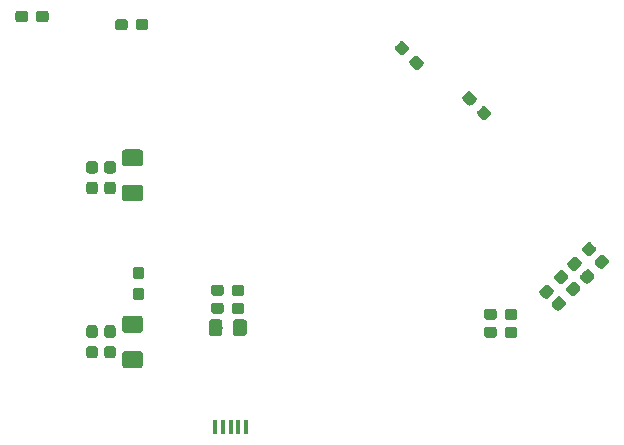
<source format=gbr>
G04 #@! TF.GenerationSoftware,KiCad,Pcbnew,(5.1.4)-1*
G04 #@! TF.CreationDate,2019-10-19T14:09:24-04:00*
G04 #@! TF.ProjectId,I2C Bus Board,49324320-4275-4732-9042-6f6172642e6b,rev?*
G04 #@! TF.SameCoordinates,Original*
G04 #@! TF.FileFunction,Paste,Top*
G04 #@! TF.FilePolarity,Positive*
%FSLAX46Y46*%
G04 Gerber Fmt 4.6, Leading zero omitted, Abs format (unit mm)*
G04 Created by KiCad (PCBNEW (5.1.4)-1) date 2019-10-19 14:09:24*
%MOMM*%
%LPD*%
G04 APERTURE LIST*
%ADD10C,0.100000*%
%ADD11C,0.950000*%
%ADD12C,1.150000*%
%ADD13C,1.425000*%
%ADD14R,0.450000X1.300000*%
G04 APERTURE END LIST*
D10*
G36*
X199750279Y-73630644D02*
G01*
X199773334Y-73634063D01*
X199795943Y-73639727D01*
X199817887Y-73647579D01*
X199838957Y-73657544D01*
X199858948Y-73669526D01*
X199877668Y-73683410D01*
X199894938Y-73699062D01*
X199910590Y-73716332D01*
X199924474Y-73735052D01*
X199936456Y-73755043D01*
X199946421Y-73776113D01*
X199954273Y-73798057D01*
X199959937Y-73820666D01*
X199963356Y-73843721D01*
X199964500Y-73867000D01*
X199964500Y-74342000D01*
X199963356Y-74365279D01*
X199959937Y-74388334D01*
X199954273Y-74410943D01*
X199946421Y-74432887D01*
X199936456Y-74453957D01*
X199924474Y-74473948D01*
X199910590Y-74492668D01*
X199894938Y-74509938D01*
X199877668Y-74525590D01*
X199858948Y-74539474D01*
X199838957Y-74551456D01*
X199817887Y-74561421D01*
X199795943Y-74569273D01*
X199773334Y-74574937D01*
X199750279Y-74578356D01*
X199727000Y-74579500D01*
X199152000Y-74579500D01*
X199128721Y-74578356D01*
X199105666Y-74574937D01*
X199083057Y-74569273D01*
X199061113Y-74561421D01*
X199040043Y-74551456D01*
X199020052Y-74539474D01*
X199001332Y-74525590D01*
X198984062Y-74509938D01*
X198968410Y-74492668D01*
X198954526Y-74473948D01*
X198942544Y-74453957D01*
X198932579Y-74432887D01*
X198924727Y-74410943D01*
X198919063Y-74388334D01*
X198915644Y-74365279D01*
X198914500Y-74342000D01*
X198914500Y-73867000D01*
X198915644Y-73843721D01*
X198919063Y-73820666D01*
X198924727Y-73798057D01*
X198932579Y-73776113D01*
X198942544Y-73755043D01*
X198954526Y-73735052D01*
X198968410Y-73716332D01*
X198984062Y-73699062D01*
X199001332Y-73683410D01*
X199020052Y-73669526D01*
X199040043Y-73657544D01*
X199061113Y-73647579D01*
X199083057Y-73639727D01*
X199105666Y-73634063D01*
X199128721Y-73630644D01*
X199152000Y-73629500D01*
X199727000Y-73629500D01*
X199750279Y-73630644D01*
X199750279Y-73630644D01*
G37*
D11*
X199439500Y-74104500D03*
D10*
G36*
X198000279Y-73630644D02*
G01*
X198023334Y-73634063D01*
X198045943Y-73639727D01*
X198067887Y-73647579D01*
X198088957Y-73657544D01*
X198108948Y-73669526D01*
X198127668Y-73683410D01*
X198144938Y-73699062D01*
X198160590Y-73716332D01*
X198174474Y-73735052D01*
X198186456Y-73755043D01*
X198196421Y-73776113D01*
X198204273Y-73798057D01*
X198209937Y-73820666D01*
X198213356Y-73843721D01*
X198214500Y-73867000D01*
X198214500Y-74342000D01*
X198213356Y-74365279D01*
X198209937Y-74388334D01*
X198204273Y-74410943D01*
X198196421Y-74432887D01*
X198186456Y-74453957D01*
X198174474Y-74473948D01*
X198160590Y-74492668D01*
X198144938Y-74509938D01*
X198127668Y-74525590D01*
X198108948Y-74539474D01*
X198088957Y-74551456D01*
X198067887Y-74561421D01*
X198045943Y-74569273D01*
X198023334Y-74574937D01*
X198000279Y-74578356D01*
X197977000Y-74579500D01*
X197402000Y-74579500D01*
X197378721Y-74578356D01*
X197355666Y-74574937D01*
X197333057Y-74569273D01*
X197311113Y-74561421D01*
X197290043Y-74551456D01*
X197270052Y-74539474D01*
X197251332Y-74525590D01*
X197234062Y-74509938D01*
X197218410Y-74492668D01*
X197204526Y-74473948D01*
X197192544Y-74453957D01*
X197182579Y-74432887D01*
X197174727Y-74410943D01*
X197169063Y-74388334D01*
X197165644Y-74365279D01*
X197164500Y-74342000D01*
X197164500Y-73867000D01*
X197165644Y-73843721D01*
X197169063Y-73820666D01*
X197174727Y-73798057D01*
X197182579Y-73776113D01*
X197192544Y-73755043D01*
X197204526Y-73735052D01*
X197218410Y-73716332D01*
X197234062Y-73699062D01*
X197251332Y-73683410D01*
X197270052Y-73669526D01*
X197290043Y-73657544D01*
X197311113Y-73647579D01*
X197333057Y-73639727D01*
X197355666Y-73634063D01*
X197378721Y-73630644D01*
X197402000Y-73629500D01*
X197977000Y-73629500D01*
X198000279Y-73630644D01*
X198000279Y-73630644D01*
G37*
D11*
X197689500Y-74104500D03*
D10*
G36*
X198000279Y-75154644D02*
G01*
X198023334Y-75158063D01*
X198045943Y-75163727D01*
X198067887Y-75171579D01*
X198088957Y-75181544D01*
X198108948Y-75193526D01*
X198127668Y-75207410D01*
X198144938Y-75223062D01*
X198160590Y-75240332D01*
X198174474Y-75259052D01*
X198186456Y-75279043D01*
X198196421Y-75300113D01*
X198204273Y-75322057D01*
X198209937Y-75344666D01*
X198213356Y-75367721D01*
X198214500Y-75391000D01*
X198214500Y-75866000D01*
X198213356Y-75889279D01*
X198209937Y-75912334D01*
X198204273Y-75934943D01*
X198196421Y-75956887D01*
X198186456Y-75977957D01*
X198174474Y-75997948D01*
X198160590Y-76016668D01*
X198144938Y-76033938D01*
X198127668Y-76049590D01*
X198108948Y-76063474D01*
X198088957Y-76075456D01*
X198067887Y-76085421D01*
X198045943Y-76093273D01*
X198023334Y-76098937D01*
X198000279Y-76102356D01*
X197977000Y-76103500D01*
X197402000Y-76103500D01*
X197378721Y-76102356D01*
X197355666Y-76098937D01*
X197333057Y-76093273D01*
X197311113Y-76085421D01*
X197290043Y-76075456D01*
X197270052Y-76063474D01*
X197251332Y-76049590D01*
X197234062Y-76033938D01*
X197218410Y-76016668D01*
X197204526Y-75997948D01*
X197192544Y-75977957D01*
X197182579Y-75956887D01*
X197174727Y-75934943D01*
X197169063Y-75912334D01*
X197165644Y-75889279D01*
X197164500Y-75866000D01*
X197164500Y-75391000D01*
X197165644Y-75367721D01*
X197169063Y-75344666D01*
X197174727Y-75322057D01*
X197182579Y-75300113D01*
X197192544Y-75279043D01*
X197204526Y-75259052D01*
X197218410Y-75240332D01*
X197234062Y-75223062D01*
X197251332Y-75207410D01*
X197270052Y-75193526D01*
X197290043Y-75181544D01*
X197311113Y-75171579D01*
X197333057Y-75163727D01*
X197355666Y-75158063D01*
X197378721Y-75154644D01*
X197402000Y-75153500D01*
X197977000Y-75153500D01*
X198000279Y-75154644D01*
X198000279Y-75154644D01*
G37*
D11*
X197689500Y-75628500D03*
D10*
G36*
X199750279Y-75154644D02*
G01*
X199773334Y-75158063D01*
X199795943Y-75163727D01*
X199817887Y-75171579D01*
X199838957Y-75181544D01*
X199858948Y-75193526D01*
X199877668Y-75207410D01*
X199894938Y-75223062D01*
X199910590Y-75240332D01*
X199924474Y-75259052D01*
X199936456Y-75279043D01*
X199946421Y-75300113D01*
X199954273Y-75322057D01*
X199959937Y-75344666D01*
X199963356Y-75367721D01*
X199964500Y-75391000D01*
X199964500Y-75866000D01*
X199963356Y-75889279D01*
X199959937Y-75912334D01*
X199954273Y-75934943D01*
X199946421Y-75956887D01*
X199936456Y-75977957D01*
X199924474Y-75997948D01*
X199910590Y-76016668D01*
X199894938Y-76033938D01*
X199877668Y-76049590D01*
X199858948Y-76063474D01*
X199838957Y-76075456D01*
X199817887Y-76085421D01*
X199795943Y-76093273D01*
X199773334Y-76098937D01*
X199750279Y-76102356D01*
X199727000Y-76103500D01*
X199152000Y-76103500D01*
X199128721Y-76102356D01*
X199105666Y-76098937D01*
X199083057Y-76093273D01*
X199061113Y-76085421D01*
X199040043Y-76075456D01*
X199020052Y-76063474D01*
X199001332Y-76049590D01*
X198984062Y-76033938D01*
X198968410Y-76016668D01*
X198954526Y-75997948D01*
X198942544Y-75977957D01*
X198932579Y-75956887D01*
X198924727Y-75934943D01*
X198919063Y-75912334D01*
X198915644Y-75889279D01*
X198914500Y-75866000D01*
X198914500Y-75391000D01*
X198915644Y-75367721D01*
X198919063Y-75344666D01*
X198924727Y-75322057D01*
X198932579Y-75300113D01*
X198942544Y-75279043D01*
X198954526Y-75259052D01*
X198968410Y-75240332D01*
X198984062Y-75223062D01*
X199001332Y-75207410D01*
X199020052Y-75193526D01*
X199040043Y-75181544D01*
X199061113Y-75171579D01*
X199083057Y-75163727D01*
X199105666Y-75158063D01*
X199128721Y-75154644D01*
X199152000Y-75153500D01*
X199727000Y-75153500D01*
X199750279Y-75154644D01*
X199750279Y-75154644D01*
G37*
D11*
X199439500Y-75628500D03*
D10*
G36*
X197889005Y-76580704D02*
G01*
X197913273Y-76584304D01*
X197937072Y-76590265D01*
X197960171Y-76598530D01*
X197982350Y-76609020D01*
X198003393Y-76621632D01*
X198023099Y-76636247D01*
X198041277Y-76652723D01*
X198057753Y-76670901D01*
X198072368Y-76690607D01*
X198084980Y-76711650D01*
X198095470Y-76733829D01*
X198103735Y-76756928D01*
X198109696Y-76780727D01*
X198113296Y-76804995D01*
X198114500Y-76829499D01*
X198114500Y-77729501D01*
X198113296Y-77754005D01*
X198109696Y-77778273D01*
X198103735Y-77802072D01*
X198095470Y-77825171D01*
X198084980Y-77847350D01*
X198072368Y-77868393D01*
X198057753Y-77888099D01*
X198041277Y-77906277D01*
X198023099Y-77922753D01*
X198003393Y-77937368D01*
X197982350Y-77949980D01*
X197960171Y-77960470D01*
X197937072Y-77968735D01*
X197913273Y-77974696D01*
X197889005Y-77978296D01*
X197864501Y-77979500D01*
X197214499Y-77979500D01*
X197189995Y-77978296D01*
X197165727Y-77974696D01*
X197141928Y-77968735D01*
X197118829Y-77960470D01*
X197096650Y-77949980D01*
X197075607Y-77937368D01*
X197055901Y-77922753D01*
X197037723Y-77906277D01*
X197021247Y-77888099D01*
X197006632Y-77868393D01*
X196994020Y-77847350D01*
X196983530Y-77825171D01*
X196975265Y-77802072D01*
X196969304Y-77778273D01*
X196965704Y-77754005D01*
X196964500Y-77729501D01*
X196964500Y-76829499D01*
X196965704Y-76804995D01*
X196969304Y-76780727D01*
X196975265Y-76756928D01*
X196983530Y-76733829D01*
X196994020Y-76711650D01*
X197006632Y-76690607D01*
X197021247Y-76670901D01*
X197037723Y-76652723D01*
X197055901Y-76636247D01*
X197075607Y-76621632D01*
X197096650Y-76609020D01*
X197118829Y-76598530D01*
X197141928Y-76590265D01*
X197165727Y-76584304D01*
X197189995Y-76580704D01*
X197214499Y-76579500D01*
X197864501Y-76579500D01*
X197889005Y-76580704D01*
X197889005Y-76580704D01*
G37*
D12*
X197539500Y-77279500D03*
D10*
G36*
X199939005Y-76580704D02*
G01*
X199963273Y-76584304D01*
X199987072Y-76590265D01*
X200010171Y-76598530D01*
X200032350Y-76609020D01*
X200053393Y-76621632D01*
X200073099Y-76636247D01*
X200091277Y-76652723D01*
X200107753Y-76670901D01*
X200122368Y-76690607D01*
X200134980Y-76711650D01*
X200145470Y-76733829D01*
X200153735Y-76756928D01*
X200159696Y-76780727D01*
X200163296Y-76804995D01*
X200164500Y-76829499D01*
X200164500Y-77729501D01*
X200163296Y-77754005D01*
X200159696Y-77778273D01*
X200153735Y-77802072D01*
X200145470Y-77825171D01*
X200134980Y-77847350D01*
X200122368Y-77868393D01*
X200107753Y-77888099D01*
X200091277Y-77906277D01*
X200073099Y-77922753D01*
X200053393Y-77937368D01*
X200032350Y-77949980D01*
X200010171Y-77960470D01*
X199987072Y-77968735D01*
X199963273Y-77974696D01*
X199939005Y-77978296D01*
X199914501Y-77979500D01*
X199264499Y-77979500D01*
X199239995Y-77978296D01*
X199215727Y-77974696D01*
X199191928Y-77968735D01*
X199168829Y-77960470D01*
X199146650Y-77949980D01*
X199125607Y-77937368D01*
X199105901Y-77922753D01*
X199087723Y-77906277D01*
X199071247Y-77888099D01*
X199056632Y-77868393D01*
X199044020Y-77847350D01*
X199033530Y-77825171D01*
X199025265Y-77802072D01*
X199019304Y-77778273D01*
X199015704Y-77754005D01*
X199014500Y-77729501D01*
X199014500Y-76829499D01*
X199015704Y-76804995D01*
X199019304Y-76780727D01*
X199025265Y-76756928D01*
X199033530Y-76733829D01*
X199044020Y-76711650D01*
X199056632Y-76690607D01*
X199071247Y-76670901D01*
X199087723Y-76652723D01*
X199105901Y-76636247D01*
X199125607Y-76621632D01*
X199146650Y-76609020D01*
X199168829Y-76598530D01*
X199191928Y-76590265D01*
X199215727Y-76584304D01*
X199239995Y-76580704D01*
X199264499Y-76579500D01*
X199914501Y-76579500D01*
X199939005Y-76580704D01*
X199939005Y-76580704D01*
G37*
D12*
X199589500Y-77279500D03*
D10*
G36*
X188855779Y-64930644D02*
G01*
X188878834Y-64934063D01*
X188901443Y-64939727D01*
X188923387Y-64947579D01*
X188944457Y-64957544D01*
X188964448Y-64969526D01*
X188983168Y-64983410D01*
X189000438Y-64999062D01*
X189016090Y-65016332D01*
X189029974Y-65035052D01*
X189041956Y-65055043D01*
X189051921Y-65076113D01*
X189059773Y-65098057D01*
X189065437Y-65120666D01*
X189068856Y-65143721D01*
X189070000Y-65167000D01*
X189070000Y-65742000D01*
X189068856Y-65765279D01*
X189065437Y-65788334D01*
X189059773Y-65810943D01*
X189051921Y-65832887D01*
X189041956Y-65853957D01*
X189029974Y-65873948D01*
X189016090Y-65892668D01*
X189000438Y-65909938D01*
X188983168Y-65925590D01*
X188964448Y-65939474D01*
X188944457Y-65951456D01*
X188923387Y-65961421D01*
X188901443Y-65969273D01*
X188878834Y-65974937D01*
X188855779Y-65978356D01*
X188832500Y-65979500D01*
X188357500Y-65979500D01*
X188334221Y-65978356D01*
X188311166Y-65974937D01*
X188288557Y-65969273D01*
X188266613Y-65961421D01*
X188245543Y-65951456D01*
X188225552Y-65939474D01*
X188206832Y-65925590D01*
X188189562Y-65909938D01*
X188173910Y-65892668D01*
X188160026Y-65873948D01*
X188148044Y-65853957D01*
X188138079Y-65832887D01*
X188130227Y-65810943D01*
X188124563Y-65788334D01*
X188121144Y-65765279D01*
X188120000Y-65742000D01*
X188120000Y-65167000D01*
X188121144Y-65143721D01*
X188124563Y-65120666D01*
X188130227Y-65098057D01*
X188138079Y-65076113D01*
X188148044Y-65055043D01*
X188160026Y-65035052D01*
X188173910Y-65016332D01*
X188189562Y-64999062D01*
X188206832Y-64983410D01*
X188225552Y-64969526D01*
X188245543Y-64957544D01*
X188266613Y-64947579D01*
X188288557Y-64939727D01*
X188311166Y-64934063D01*
X188334221Y-64930644D01*
X188357500Y-64929500D01*
X188832500Y-64929500D01*
X188855779Y-64930644D01*
X188855779Y-64930644D01*
G37*
D11*
X188595000Y-65454500D03*
D10*
G36*
X188855779Y-63180644D02*
G01*
X188878834Y-63184063D01*
X188901443Y-63189727D01*
X188923387Y-63197579D01*
X188944457Y-63207544D01*
X188964448Y-63219526D01*
X188983168Y-63233410D01*
X189000438Y-63249062D01*
X189016090Y-63266332D01*
X189029974Y-63285052D01*
X189041956Y-63305043D01*
X189051921Y-63326113D01*
X189059773Y-63348057D01*
X189065437Y-63370666D01*
X189068856Y-63393721D01*
X189070000Y-63417000D01*
X189070000Y-63992000D01*
X189068856Y-64015279D01*
X189065437Y-64038334D01*
X189059773Y-64060943D01*
X189051921Y-64082887D01*
X189041956Y-64103957D01*
X189029974Y-64123948D01*
X189016090Y-64142668D01*
X189000438Y-64159938D01*
X188983168Y-64175590D01*
X188964448Y-64189474D01*
X188944457Y-64201456D01*
X188923387Y-64211421D01*
X188901443Y-64219273D01*
X188878834Y-64224937D01*
X188855779Y-64228356D01*
X188832500Y-64229500D01*
X188357500Y-64229500D01*
X188334221Y-64228356D01*
X188311166Y-64224937D01*
X188288557Y-64219273D01*
X188266613Y-64211421D01*
X188245543Y-64201456D01*
X188225552Y-64189474D01*
X188206832Y-64175590D01*
X188189562Y-64159938D01*
X188173910Y-64142668D01*
X188160026Y-64123948D01*
X188148044Y-64103957D01*
X188138079Y-64082887D01*
X188130227Y-64060943D01*
X188124563Y-64038334D01*
X188121144Y-64015279D01*
X188120000Y-63992000D01*
X188120000Y-63417000D01*
X188121144Y-63393721D01*
X188124563Y-63370666D01*
X188130227Y-63348057D01*
X188138079Y-63326113D01*
X188148044Y-63305043D01*
X188160026Y-63285052D01*
X188173910Y-63266332D01*
X188189562Y-63249062D01*
X188206832Y-63233410D01*
X188225552Y-63219526D01*
X188245543Y-63207544D01*
X188266613Y-63197579D01*
X188288557Y-63189727D01*
X188311166Y-63184063D01*
X188334221Y-63180644D01*
X188357500Y-63179500D01*
X188832500Y-63179500D01*
X188855779Y-63180644D01*
X188855779Y-63180644D01*
G37*
D11*
X188595000Y-63704500D03*
D10*
G36*
X187331780Y-64930644D02*
G01*
X187354835Y-64934063D01*
X187377444Y-64939727D01*
X187399388Y-64947579D01*
X187420458Y-64957544D01*
X187440449Y-64969526D01*
X187459169Y-64983410D01*
X187476439Y-64999062D01*
X187492091Y-65016332D01*
X187505975Y-65035052D01*
X187517957Y-65055043D01*
X187527922Y-65076113D01*
X187535774Y-65098057D01*
X187541438Y-65120666D01*
X187544857Y-65143721D01*
X187546001Y-65167000D01*
X187546001Y-65742000D01*
X187544857Y-65765279D01*
X187541438Y-65788334D01*
X187535774Y-65810943D01*
X187527922Y-65832887D01*
X187517957Y-65853957D01*
X187505975Y-65873948D01*
X187492091Y-65892668D01*
X187476439Y-65909938D01*
X187459169Y-65925590D01*
X187440449Y-65939474D01*
X187420458Y-65951456D01*
X187399388Y-65961421D01*
X187377444Y-65969273D01*
X187354835Y-65974937D01*
X187331780Y-65978356D01*
X187308501Y-65979500D01*
X186833501Y-65979500D01*
X186810222Y-65978356D01*
X186787167Y-65974937D01*
X186764558Y-65969273D01*
X186742614Y-65961421D01*
X186721544Y-65951456D01*
X186701553Y-65939474D01*
X186682833Y-65925590D01*
X186665563Y-65909938D01*
X186649911Y-65892668D01*
X186636027Y-65873948D01*
X186624045Y-65853957D01*
X186614080Y-65832887D01*
X186606228Y-65810943D01*
X186600564Y-65788334D01*
X186597145Y-65765279D01*
X186596001Y-65742000D01*
X186596001Y-65167000D01*
X186597145Y-65143721D01*
X186600564Y-65120666D01*
X186606228Y-65098057D01*
X186614080Y-65076113D01*
X186624045Y-65055043D01*
X186636027Y-65035052D01*
X186649911Y-65016332D01*
X186665563Y-64999062D01*
X186682833Y-64983410D01*
X186701553Y-64969526D01*
X186721544Y-64957544D01*
X186742614Y-64947579D01*
X186764558Y-64939727D01*
X186787167Y-64934063D01*
X186810222Y-64930644D01*
X186833501Y-64929500D01*
X187308501Y-64929500D01*
X187331780Y-64930644D01*
X187331780Y-64930644D01*
G37*
D11*
X187071001Y-65454500D03*
D10*
G36*
X187331780Y-63180644D02*
G01*
X187354835Y-63184063D01*
X187377444Y-63189727D01*
X187399388Y-63197579D01*
X187420458Y-63207544D01*
X187440449Y-63219526D01*
X187459169Y-63233410D01*
X187476439Y-63249062D01*
X187492091Y-63266332D01*
X187505975Y-63285052D01*
X187517957Y-63305043D01*
X187527922Y-63326113D01*
X187535774Y-63348057D01*
X187541438Y-63370666D01*
X187544857Y-63393721D01*
X187546001Y-63417000D01*
X187546001Y-63992000D01*
X187544857Y-64015279D01*
X187541438Y-64038334D01*
X187535774Y-64060943D01*
X187527922Y-64082887D01*
X187517957Y-64103957D01*
X187505975Y-64123948D01*
X187492091Y-64142668D01*
X187476439Y-64159938D01*
X187459169Y-64175590D01*
X187440449Y-64189474D01*
X187420458Y-64201456D01*
X187399388Y-64211421D01*
X187377444Y-64219273D01*
X187354835Y-64224937D01*
X187331780Y-64228356D01*
X187308501Y-64229500D01*
X186833501Y-64229500D01*
X186810222Y-64228356D01*
X186787167Y-64224937D01*
X186764558Y-64219273D01*
X186742614Y-64211421D01*
X186721544Y-64201456D01*
X186701553Y-64189474D01*
X186682833Y-64175590D01*
X186665563Y-64159938D01*
X186649911Y-64142668D01*
X186636027Y-64123948D01*
X186624045Y-64103957D01*
X186614080Y-64082887D01*
X186606228Y-64060943D01*
X186600564Y-64038334D01*
X186597145Y-64015279D01*
X186596001Y-63992000D01*
X186596001Y-63417000D01*
X186597145Y-63393721D01*
X186600564Y-63370666D01*
X186606228Y-63348057D01*
X186614080Y-63326113D01*
X186624045Y-63305043D01*
X186636027Y-63285052D01*
X186649911Y-63266332D01*
X186665563Y-63249062D01*
X186682833Y-63233410D01*
X186701553Y-63219526D01*
X186721544Y-63207544D01*
X186742614Y-63197579D01*
X186764558Y-63189727D01*
X186787167Y-63184063D01*
X186810222Y-63180644D01*
X186833501Y-63179500D01*
X187308501Y-63179500D01*
X187331780Y-63180644D01*
X187331780Y-63180644D01*
G37*
D11*
X187071001Y-63704500D03*
D10*
G36*
X188855779Y-78837144D02*
G01*
X188878834Y-78840563D01*
X188901443Y-78846227D01*
X188923387Y-78854079D01*
X188944457Y-78864044D01*
X188964448Y-78876026D01*
X188983168Y-78889910D01*
X189000438Y-78905562D01*
X189016090Y-78922832D01*
X189029974Y-78941552D01*
X189041956Y-78961543D01*
X189051921Y-78982613D01*
X189059773Y-79004557D01*
X189065437Y-79027166D01*
X189068856Y-79050221D01*
X189070000Y-79073500D01*
X189070000Y-79648500D01*
X189068856Y-79671779D01*
X189065437Y-79694834D01*
X189059773Y-79717443D01*
X189051921Y-79739387D01*
X189041956Y-79760457D01*
X189029974Y-79780448D01*
X189016090Y-79799168D01*
X189000438Y-79816438D01*
X188983168Y-79832090D01*
X188964448Y-79845974D01*
X188944457Y-79857956D01*
X188923387Y-79867921D01*
X188901443Y-79875773D01*
X188878834Y-79881437D01*
X188855779Y-79884856D01*
X188832500Y-79886000D01*
X188357500Y-79886000D01*
X188334221Y-79884856D01*
X188311166Y-79881437D01*
X188288557Y-79875773D01*
X188266613Y-79867921D01*
X188245543Y-79857956D01*
X188225552Y-79845974D01*
X188206832Y-79832090D01*
X188189562Y-79816438D01*
X188173910Y-79799168D01*
X188160026Y-79780448D01*
X188148044Y-79760457D01*
X188138079Y-79739387D01*
X188130227Y-79717443D01*
X188124563Y-79694834D01*
X188121144Y-79671779D01*
X188120000Y-79648500D01*
X188120000Y-79073500D01*
X188121144Y-79050221D01*
X188124563Y-79027166D01*
X188130227Y-79004557D01*
X188138079Y-78982613D01*
X188148044Y-78961543D01*
X188160026Y-78941552D01*
X188173910Y-78922832D01*
X188189562Y-78905562D01*
X188206832Y-78889910D01*
X188225552Y-78876026D01*
X188245543Y-78864044D01*
X188266613Y-78854079D01*
X188288557Y-78846227D01*
X188311166Y-78840563D01*
X188334221Y-78837144D01*
X188357500Y-78836000D01*
X188832500Y-78836000D01*
X188855779Y-78837144D01*
X188855779Y-78837144D01*
G37*
D11*
X188595000Y-79361000D03*
D10*
G36*
X188855779Y-77087144D02*
G01*
X188878834Y-77090563D01*
X188901443Y-77096227D01*
X188923387Y-77104079D01*
X188944457Y-77114044D01*
X188964448Y-77126026D01*
X188983168Y-77139910D01*
X189000438Y-77155562D01*
X189016090Y-77172832D01*
X189029974Y-77191552D01*
X189041956Y-77211543D01*
X189051921Y-77232613D01*
X189059773Y-77254557D01*
X189065437Y-77277166D01*
X189068856Y-77300221D01*
X189070000Y-77323500D01*
X189070000Y-77898500D01*
X189068856Y-77921779D01*
X189065437Y-77944834D01*
X189059773Y-77967443D01*
X189051921Y-77989387D01*
X189041956Y-78010457D01*
X189029974Y-78030448D01*
X189016090Y-78049168D01*
X189000438Y-78066438D01*
X188983168Y-78082090D01*
X188964448Y-78095974D01*
X188944457Y-78107956D01*
X188923387Y-78117921D01*
X188901443Y-78125773D01*
X188878834Y-78131437D01*
X188855779Y-78134856D01*
X188832500Y-78136000D01*
X188357500Y-78136000D01*
X188334221Y-78134856D01*
X188311166Y-78131437D01*
X188288557Y-78125773D01*
X188266613Y-78117921D01*
X188245543Y-78107956D01*
X188225552Y-78095974D01*
X188206832Y-78082090D01*
X188189562Y-78066438D01*
X188173910Y-78049168D01*
X188160026Y-78030448D01*
X188148044Y-78010457D01*
X188138079Y-77989387D01*
X188130227Y-77967443D01*
X188124563Y-77944834D01*
X188121144Y-77921779D01*
X188120000Y-77898500D01*
X188120000Y-77323500D01*
X188121144Y-77300221D01*
X188124563Y-77277166D01*
X188130227Y-77254557D01*
X188138079Y-77232613D01*
X188148044Y-77211543D01*
X188160026Y-77191552D01*
X188173910Y-77172832D01*
X188189562Y-77155562D01*
X188206832Y-77139910D01*
X188225552Y-77126026D01*
X188245543Y-77114044D01*
X188266613Y-77104079D01*
X188288557Y-77096227D01*
X188311166Y-77090563D01*
X188334221Y-77087144D01*
X188357500Y-77086000D01*
X188832500Y-77086000D01*
X188855779Y-77087144D01*
X188855779Y-77087144D01*
G37*
D11*
X188595000Y-77611000D03*
D10*
G36*
X187331779Y-77087144D02*
G01*
X187354834Y-77090563D01*
X187377443Y-77096227D01*
X187399387Y-77104079D01*
X187420457Y-77114044D01*
X187440448Y-77126026D01*
X187459168Y-77139910D01*
X187476438Y-77155562D01*
X187492090Y-77172832D01*
X187505974Y-77191552D01*
X187517956Y-77211543D01*
X187527921Y-77232613D01*
X187535773Y-77254557D01*
X187541437Y-77277166D01*
X187544856Y-77300221D01*
X187546000Y-77323500D01*
X187546000Y-77898500D01*
X187544856Y-77921779D01*
X187541437Y-77944834D01*
X187535773Y-77967443D01*
X187527921Y-77989387D01*
X187517956Y-78010457D01*
X187505974Y-78030448D01*
X187492090Y-78049168D01*
X187476438Y-78066438D01*
X187459168Y-78082090D01*
X187440448Y-78095974D01*
X187420457Y-78107956D01*
X187399387Y-78117921D01*
X187377443Y-78125773D01*
X187354834Y-78131437D01*
X187331779Y-78134856D01*
X187308500Y-78136000D01*
X186833500Y-78136000D01*
X186810221Y-78134856D01*
X186787166Y-78131437D01*
X186764557Y-78125773D01*
X186742613Y-78117921D01*
X186721543Y-78107956D01*
X186701552Y-78095974D01*
X186682832Y-78082090D01*
X186665562Y-78066438D01*
X186649910Y-78049168D01*
X186636026Y-78030448D01*
X186624044Y-78010457D01*
X186614079Y-77989387D01*
X186606227Y-77967443D01*
X186600563Y-77944834D01*
X186597144Y-77921779D01*
X186596000Y-77898500D01*
X186596000Y-77323500D01*
X186597144Y-77300221D01*
X186600563Y-77277166D01*
X186606227Y-77254557D01*
X186614079Y-77232613D01*
X186624044Y-77211543D01*
X186636026Y-77191552D01*
X186649910Y-77172832D01*
X186665562Y-77155562D01*
X186682832Y-77139910D01*
X186701552Y-77126026D01*
X186721543Y-77114044D01*
X186742613Y-77104079D01*
X186764557Y-77096227D01*
X186787166Y-77090563D01*
X186810221Y-77087144D01*
X186833500Y-77086000D01*
X187308500Y-77086000D01*
X187331779Y-77087144D01*
X187331779Y-77087144D01*
G37*
D11*
X187071000Y-77611000D03*
D10*
G36*
X187331779Y-78837144D02*
G01*
X187354834Y-78840563D01*
X187377443Y-78846227D01*
X187399387Y-78854079D01*
X187420457Y-78864044D01*
X187440448Y-78876026D01*
X187459168Y-78889910D01*
X187476438Y-78905562D01*
X187492090Y-78922832D01*
X187505974Y-78941552D01*
X187517956Y-78961543D01*
X187527921Y-78982613D01*
X187535773Y-79004557D01*
X187541437Y-79027166D01*
X187544856Y-79050221D01*
X187546000Y-79073500D01*
X187546000Y-79648500D01*
X187544856Y-79671779D01*
X187541437Y-79694834D01*
X187535773Y-79717443D01*
X187527921Y-79739387D01*
X187517956Y-79760457D01*
X187505974Y-79780448D01*
X187492090Y-79799168D01*
X187476438Y-79816438D01*
X187459168Y-79832090D01*
X187440448Y-79845974D01*
X187420457Y-79857956D01*
X187399387Y-79867921D01*
X187377443Y-79875773D01*
X187354834Y-79881437D01*
X187331779Y-79884856D01*
X187308500Y-79886000D01*
X186833500Y-79886000D01*
X186810221Y-79884856D01*
X186787166Y-79881437D01*
X186764557Y-79875773D01*
X186742613Y-79867921D01*
X186721543Y-79857956D01*
X186701552Y-79845974D01*
X186682832Y-79832090D01*
X186665562Y-79816438D01*
X186649910Y-79799168D01*
X186636026Y-79780448D01*
X186624044Y-79760457D01*
X186614079Y-79739387D01*
X186606227Y-79717443D01*
X186600563Y-79694834D01*
X186597144Y-79671779D01*
X186596000Y-79648500D01*
X186596000Y-79073500D01*
X186597144Y-79050221D01*
X186600563Y-79027166D01*
X186606227Y-79004557D01*
X186614079Y-78982613D01*
X186624044Y-78961543D01*
X186636026Y-78941552D01*
X186649910Y-78922832D01*
X186665562Y-78905562D01*
X186682832Y-78889910D01*
X186701552Y-78876026D01*
X186721543Y-78864044D01*
X186742613Y-78854079D01*
X186764557Y-78846227D01*
X186787166Y-78840563D01*
X186810221Y-78837144D01*
X186833500Y-78836000D01*
X187308500Y-78836000D01*
X187331779Y-78837144D01*
X187331779Y-78837144D01*
G37*
D11*
X187071000Y-79361000D03*
D10*
G36*
X191149504Y-62190204D02*
G01*
X191173773Y-62193804D01*
X191197571Y-62199765D01*
X191220671Y-62208030D01*
X191242849Y-62218520D01*
X191263893Y-62231133D01*
X191283598Y-62245747D01*
X191301777Y-62262223D01*
X191318253Y-62280402D01*
X191332867Y-62300107D01*
X191345480Y-62321151D01*
X191355970Y-62343329D01*
X191364235Y-62366429D01*
X191370196Y-62390227D01*
X191373796Y-62414496D01*
X191375000Y-62439000D01*
X191375000Y-63364000D01*
X191373796Y-63388504D01*
X191370196Y-63412773D01*
X191364235Y-63436571D01*
X191355970Y-63459671D01*
X191345480Y-63481849D01*
X191332867Y-63502893D01*
X191318253Y-63522598D01*
X191301777Y-63540777D01*
X191283598Y-63557253D01*
X191263893Y-63571867D01*
X191242849Y-63584480D01*
X191220671Y-63594970D01*
X191197571Y-63603235D01*
X191173773Y-63609196D01*
X191149504Y-63612796D01*
X191125000Y-63614000D01*
X189875000Y-63614000D01*
X189850496Y-63612796D01*
X189826227Y-63609196D01*
X189802429Y-63603235D01*
X189779329Y-63594970D01*
X189757151Y-63584480D01*
X189736107Y-63571867D01*
X189716402Y-63557253D01*
X189698223Y-63540777D01*
X189681747Y-63522598D01*
X189667133Y-63502893D01*
X189654520Y-63481849D01*
X189644030Y-63459671D01*
X189635765Y-63436571D01*
X189629804Y-63412773D01*
X189626204Y-63388504D01*
X189625000Y-63364000D01*
X189625000Y-62439000D01*
X189626204Y-62414496D01*
X189629804Y-62390227D01*
X189635765Y-62366429D01*
X189644030Y-62343329D01*
X189654520Y-62321151D01*
X189667133Y-62300107D01*
X189681747Y-62280402D01*
X189698223Y-62262223D01*
X189716402Y-62245747D01*
X189736107Y-62231133D01*
X189757151Y-62218520D01*
X189779329Y-62208030D01*
X189802429Y-62199765D01*
X189826227Y-62193804D01*
X189850496Y-62190204D01*
X189875000Y-62189000D01*
X191125000Y-62189000D01*
X191149504Y-62190204D01*
X191149504Y-62190204D01*
G37*
D13*
X190500000Y-62901500D03*
D10*
G36*
X191149504Y-65165204D02*
G01*
X191173773Y-65168804D01*
X191197571Y-65174765D01*
X191220671Y-65183030D01*
X191242849Y-65193520D01*
X191263893Y-65206133D01*
X191283598Y-65220747D01*
X191301777Y-65237223D01*
X191318253Y-65255402D01*
X191332867Y-65275107D01*
X191345480Y-65296151D01*
X191355970Y-65318329D01*
X191364235Y-65341429D01*
X191370196Y-65365227D01*
X191373796Y-65389496D01*
X191375000Y-65414000D01*
X191375000Y-66339000D01*
X191373796Y-66363504D01*
X191370196Y-66387773D01*
X191364235Y-66411571D01*
X191355970Y-66434671D01*
X191345480Y-66456849D01*
X191332867Y-66477893D01*
X191318253Y-66497598D01*
X191301777Y-66515777D01*
X191283598Y-66532253D01*
X191263893Y-66546867D01*
X191242849Y-66559480D01*
X191220671Y-66569970D01*
X191197571Y-66578235D01*
X191173773Y-66584196D01*
X191149504Y-66587796D01*
X191125000Y-66589000D01*
X189875000Y-66589000D01*
X189850496Y-66587796D01*
X189826227Y-66584196D01*
X189802429Y-66578235D01*
X189779329Y-66569970D01*
X189757151Y-66559480D01*
X189736107Y-66546867D01*
X189716402Y-66532253D01*
X189698223Y-66515777D01*
X189681747Y-66497598D01*
X189667133Y-66477893D01*
X189654520Y-66456849D01*
X189644030Y-66434671D01*
X189635765Y-66411571D01*
X189629804Y-66387773D01*
X189626204Y-66363504D01*
X189625000Y-66339000D01*
X189625000Y-65414000D01*
X189626204Y-65389496D01*
X189629804Y-65365227D01*
X189635765Y-65341429D01*
X189644030Y-65318329D01*
X189654520Y-65296151D01*
X189667133Y-65275107D01*
X189681747Y-65255402D01*
X189698223Y-65237223D01*
X189716402Y-65220747D01*
X189736107Y-65206133D01*
X189757151Y-65193520D01*
X189779329Y-65183030D01*
X189802429Y-65174765D01*
X189826227Y-65168804D01*
X189850496Y-65165204D01*
X189875000Y-65164000D01*
X191125000Y-65164000D01*
X191149504Y-65165204D01*
X191149504Y-65165204D01*
G37*
D13*
X190500000Y-65876500D03*
D10*
G36*
X191149504Y-76287204D02*
G01*
X191173773Y-76290804D01*
X191197571Y-76296765D01*
X191220671Y-76305030D01*
X191242849Y-76315520D01*
X191263893Y-76328133D01*
X191283598Y-76342747D01*
X191301777Y-76359223D01*
X191318253Y-76377402D01*
X191332867Y-76397107D01*
X191345480Y-76418151D01*
X191355970Y-76440329D01*
X191364235Y-76463429D01*
X191370196Y-76487227D01*
X191373796Y-76511496D01*
X191375000Y-76536000D01*
X191375000Y-77461000D01*
X191373796Y-77485504D01*
X191370196Y-77509773D01*
X191364235Y-77533571D01*
X191355970Y-77556671D01*
X191345480Y-77578849D01*
X191332867Y-77599893D01*
X191318253Y-77619598D01*
X191301777Y-77637777D01*
X191283598Y-77654253D01*
X191263893Y-77668867D01*
X191242849Y-77681480D01*
X191220671Y-77691970D01*
X191197571Y-77700235D01*
X191173773Y-77706196D01*
X191149504Y-77709796D01*
X191125000Y-77711000D01*
X189875000Y-77711000D01*
X189850496Y-77709796D01*
X189826227Y-77706196D01*
X189802429Y-77700235D01*
X189779329Y-77691970D01*
X189757151Y-77681480D01*
X189736107Y-77668867D01*
X189716402Y-77654253D01*
X189698223Y-77637777D01*
X189681747Y-77619598D01*
X189667133Y-77599893D01*
X189654520Y-77578849D01*
X189644030Y-77556671D01*
X189635765Y-77533571D01*
X189629804Y-77509773D01*
X189626204Y-77485504D01*
X189625000Y-77461000D01*
X189625000Y-76536000D01*
X189626204Y-76511496D01*
X189629804Y-76487227D01*
X189635765Y-76463429D01*
X189644030Y-76440329D01*
X189654520Y-76418151D01*
X189667133Y-76397107D01*
X189681747Y-76377402D01*
X189698223Y-76359223D01*
X189716402Y-76342747D01*
X189736107Y-76328133D01*
X189757151Y-76315520D01*
X189779329Y-76305030D01*
X189802429Y-76296765D01*
X189826227Y-76290804D01*
X189850496Y-76287204D01*
X189875000Y-76286000D01*
X191125000Y-76286000D01*
X191149504Y-76287204D01*
X191149504Y-76287204D01*
G37*
D13*
X190500000Y-76998500D03*
D10*
G36*
X191149504Y-79262204D02*
G01*
X191173773Y-79265804D01*
X191197571Y-79271765D01*
X191220671Y-79280030D01*
X191242849Y-79290520D01*
X191263893Y-79303133D01*
X191283598Y-79317747D01*
X191301777Y-79334223D01*
X191318253Y-79352402D01*
X191332867Y-79372107D01*
X191345480Y-79393151D01*
X191355970Y-79415329D01*
X191364235Y-79438429D01*
X191370196Y-79462227D01*
X191373796Y-79486496D01*
X191375000Y-79511000D01*
X191375000Y-80436000D01*
X191373796Y-80460504D01*
X191370196Y-80484773D01*
X191364235Y-80508571D01*
X191355970Y-80531671D01*
X191345480Y-80553849D01*
X191332867Y-80574893D01*
X191318253Y-80594598D01*
X191301777Y-80612777D01*
X191283598Y-80629253D01*
X191263893Y-80643867D01*
X191242849Y-80656480D01*
X191220671Y-80666970D01*
X191197571Y-80675235D01*
X191173773Y-80681196D01*
X191149504Y-80684796D01*
X191125000Y-80686000D01*
X189875000Y-80686000D01*
X189850496Y-80684796D01*
X189826227Y-80681196D01*
X189802429Y-80675235D01*
X189779329Y-80666970D01*
X189757151Y-80656480D01*
X189736107Y-80643867D01*
X189716402Y-80629253D01*
X189698223Y-80612777D01*
X189681747Y-80594598D01*
X189667133Y-80574893D01*
X189654520Y-80553849D01*
X189644030Y-80531671D01*
X189635765Y-80508571D01*
X189629804Y-80484773D01*
X189626204Y-80460504D01*
X189625000Y-80436000D01*
X189625000Y-79511000D01*
X189626204Y-79486496D01*
X189629804Y-79462227D01*
X189635765Y-79438429D01*
X189644030Y-79415329D01*
X189654520Y-79393151D01*
X189667133Y-79372107D01*
X189681747Y-79352402D01*
X189698223Y-79334223D01*
X189716402Y-79317747D01*
X189736107Y-79303133D01*
X189757151Y-79290520D01*
X189779329Y-79280030D01*
X189802429Y-79271765D01*
X189826227Y-79265804D01*
X189850496Y-79262204D01*
X189875000Y-79261000D01*
X191125000Y-79261000D01*
X191149504Y-79262204D01*
X191149504Y-79262204D01*
G37*
D13*
X190500000Y-79973500D03*
D14*
X197518500Y-85666500D03*
X198168500Y-85666500D03*
X198818500Y-85666500D03*
X199468500Y-85666500D03*
X200118500Y-85666500D03*
D10*
G36*
X191268779Y-72134144D02*
G01*
X191291834Y-72137563D01*
X191314443Y-72143227D01*
X191336387Y-72151079D01*
X191357457Y-72161044D01*
X191377448Y-72173026D01*
X191396168Y-72186910D01*
X191413438Y-72202562D01*
X191429090Y-72219832D01*
X191442974Y-72238552D01*
X191454956Y-72258543D01*
X191464921Y-72279613D01*
X191472773Y-72301557D01*
X191478437Y-72324166D01*
X191481856Y-72347221D01*
X191483000Y-72370500D01*
X191483000Y-72945500D01*
X191481856Y-72968779D01*
X191478437Y-72991834D01*
X191472773Y-73014443D01*
X191464921Y-73036387D01*
X191454956Y-73057457D01*
X191442974Y-73077448D01*
X191429090Y-73096168D01*
X191413438Y-73113438D01*
X191396168Y-73129090D01*
X191377448Y-73142974D01*
X191357457Y-73154956D01*
X191336387Y-73164921D01*
X191314443Y-73172773D01*
X191291834Y-73178437D01*
X191268779Y-73181856D01*
X191245500Y-73183000D01*
X190770500Y-73183000D01*
X190747221Y-73181856D01*
X190724166Y-73178437D01*
X190701557Y-73172773D01*
X190679613Y-73164921D01*
X190658543Y-73154956D01*
X190638552Y-73142974D01*
X190619832Y-73129090D01*
X190602562Y-73113438D01*
X190586910Y-73096168D01*
X190573026Y-73077448D01*
X190561044Y-73057457D01*
X190551079Y-73036387D01*
X190543227Y-73014443D01*
X190537563Y-72991834D01*
X190534144Y-72968779D01*
X190533000Y-72945500D01*
X190533000Y-72370500D01*
X190534144Y-72347221D01*
X190537563Y-72324166D01*
X190543227Y-72301557D01*
X190551079Y-72279613D01*
X190561044Y-72258543D01*
X190573026Y-72238552D01*
X190586910Y-72219832D01*
X190602562Y-72202562D01*
X190619832Y-72186910D01*
X190638552Y-72173026D01*
X190658543Y-72161044D01*
X190679613Y-72151079D01*
X190701557Y-72143227D01*
X190724166Y-72137563D01*
X190747221Y-72134144D01*
X190770500Y-72133000D01*
X191245500Y-72133000D01*
X191268779Y-72134144D01*
X191268779Y-72134144D01*
G37*
D11*
X191008000Y-72658000D03*
D10*
G36*
X191268779Y-73884144D02*
G01*
X191291834Y-73887563D01*
X191314443Y-73893227D01*
X191336387Y-73901079D01*
X191357457Y-73911044D01*
X191377448Y-73923026D01*
X191396168Y-73936910D01*
X191413438Y-73952562D01*
X191429090Y-73969832D01*
X191442974Y-73988552D01*
X191454956Y-74008543D01*
X191464921Y-74029613D01*
X191472773Y-74051557D01*
X191478437Y-74074166D01*
X191481856Y-74097221D01*
X191483000Y-74120500D01*
X191483000Y-74695500D01*
X191481856Y-74718779D01*
X191478437Y-74741834D01*
X191472773Y-74764443D01*
X191464921Y-74786387D01*
X191454956Y-74807457D01*
X191442974Y-74827448D01*
X191429090Y-74846168D01*
X191413438Y-74863438D01*
X191396168Y-74879090D01*
X191377448Y-74892974D01*
X191357457Y-74904956D01*
X191336387Y-74914921D01*
X191314443Y-74922773D01*
X191291834Y-74928437D01*
X191268779Y-74931856D01*
X191245500Y-74933000D01*
X190770500Y-74933000D01*
X190747221Y-74931856D01*
X190724166Y-74928437D01*
X190701557Y-74922773D01*
X190679613Y-74914921D01*
X190658543Y-74904956D01*
X190638552Y-74892974D01*
X190619832Y-74879090D01*
X190602562Y-74863438D01*
X190586910Y-74846168D01*
X190573026Y-74827448D01*
X190561044Y-74807457D01*
X190551079Y-74786387D01*
X190543227Y-74764443D01*
X190537563Y-74741834D01*
X190534144Y-74718779D01*
X190533000Y-74695500D01*
X190533000Y-74120500D01*
X190534144Y-74097221D01*
X190537563Y-74074166D01*
X190543227Y-74051557D01*
X190551079Y-74029613D01*
X190561044Y-74008543D01*
X190573026Y-73988552D01*
X190586910Y-73969832D01*
X190602562Y-73952562D01*
X190619832Y-73936910D01*
X190638552Y-73923026D01*
X190658543Y-73911044D01*
X190679613Y-73901079D01*
X190701557Y-73893227D01*
X190724166Y-73887563D01*
X190747221Y-73884144D01*
X190770500Y-73883000D01*
X191245500Y-73883000D01*
X191268779Y-73884144D01*
X191268779Y-73884144D01*
G37*
D11*
X191008000Y-74408000D03*
D10*
G36*
X222864279Y-77186644D02*
G01*
X222887334Y-77190063D01*
X222909943Y-77195727D01*
X222931887Y-77203579D01*
X222952957Y-77213544D01*
X222972948Y-77225526D01*
X222991668Y-77239410D01*
X223008938Y-77255062D01*
X223024590Y-77272332D01*
X223038474Y-77291052D01*
X223050456Y-77311043D01*
X223060421Y-77332113D01*
X223068273Y-77354057D01*
X223073937Y-77376666D01*
X223077356Y-77399721D01*
X223078500Y-77423000D01*
X223078500Y-77898000D01*
X223077356Y-77921279D01*
X223073937Y-77944334D01*
X223068273Y-77966943D01*
X223060421Y-77988887D01*
X223050456Y-78009957D01*
X223038474Y-78029948D01*
X223024590Y-78048668D01*
X223008938Y-78065938D01*
X222991668Y-78081590D01*
X222972948Y-78095474D01*
X222952957Y-78107456D01*
X222931887Y-78117421D01*
X222909943Y-78125273D01*
X222887334Y-78130937D01*
X222864279Y-78134356D01*
X222841000Y-78135500D01*
X222266000Y-78135500D01*
X222242721Y-78134356D01*
X222219666Y-78130937D01*
X222197057Y-78125273D01*
X222175113Y-78117421D01*
X222154043Y-78107456D01*
X222134052Y-78095474D01*
X222115332Y-78081590D01*
X222098062Y-78065938D01*
X222082410Y-78048668D01*
X222068526Y-78029948D01*
X222056544Y-78009957D01*
X222046579Y-77988887D01*
X222038727Y-77966943D01*
X222033063Y-77944334D01*
X222029644Y-77921279D01*
X222028500Y-77898000D01*
X222028500Y-77423000D01*
X222029644Y-77399721D01*
X222033063Y-77376666D01*
X222038727Y-77354057D01*
X222046579Y-77332113D01*
X222056544Y-77311043D01*
X222068526Y-77291052D01*
X222082410Y-77272332D01*
X222098062Y-77255062D01*
X222115332Y-77239410D01*
X222134052Y-77225526D01*
X222154043Y-77213544D01*
X222175113Y-77203579D01*
X222197057Y-77195727D01*
X222219666Y-77190063D01*
X222242721Y-77186644D01*
X222266000Y-77185500D01*
X222841000Y-77185500D01*
X222864279Y-77186644D01*
X222864279Y-77186644D01*
G37*
D11*
X222553500Y-77660500D03*
D10*
G36*
X221114279Y-77186644D02*
G01*
X221137334Y-77190063D01*
X221159943Y-77195727D01*
X221181887Y-77203579D01*
X221202957Y-77213544D01*
X221222948Y-77225526D01*
X221241668Y-77239410D01*
X221258938Y-77255062D01*
X221274590Y-77272332D01*
X221288474Y-77291052D01*
X221300456Y-77311043D01*
X221310421Y-77332113D01*
X221318273Y-77354057D01*
X221323937Y-77376666D01*
X221327356Y-77399721D01*
X221328500Y-77423000D01*
X221328500Y-77898000D01*
X221327356Y-77921279D01*
X221323937Y-77944334D01*
X221318273Y-77966943D01*
X221310421Y-77988887D01*
X221300456Y-78009957D01*
X221288474Y-78029948D01*
X221274590Y-78048668D01*
X221258938Y-78065938D01*
X221241668Y-78081590D01*
X221222948Y-78095474D01*
X221202957Y-78107456D01*
X221181887Y-78117421D01*
X221159943Y-78125273D01*
X221137334Y-78130937D01*
X221114279Y-78134356D01*
X221091000Y-78135500D01*
X220516000Y-78135500D01*
X220492721Y-78134356D01*
X220469666Y-78130937D01*
X220447057Y-78125273D01*
X220425113Y-78117421D01*
X220404043Y-78107456D01*
X220384052Y-78095474D01*
X220365332Y-78081590D01*
X220348062Y-78065938D01*
X220332410Y-78048668D01*
X220318526Y-78029948D01*
X220306544Y-78009957D01*
X220296579Y-77988887D01*
X220288727Y-77966943D01*
X220283063Y-77944334D01*
X220279644Y-77921279D01*
X220278500Y-77898000D01*
X220278500Y-77423000D01*
X220279644Y-77399721D01*
X220283063Y-77376666D01*
X220288727Y-77354057D01*
X220296579Y-77332113D01*
X220306544Y-77311043D01*
X220318526Y-77291052D01*
X220332410Y-77272332D01*
X220348062Y-77255062D01*
X220365332Y-77239410D01*
X220384052Y-77225526D01*
X220404043Y-77213544D01*
X220425113Y-77203579D01*
X220447057Y-77195727D01*
X220469666Y-77190063D01*
X220492721Y-77186644D01*
X220516000Y-77185500D01*
X221091000Y-77185500D01*
X221114279Y-77186644D01*
X221114279Y-77186644D01*
G37*
D11*
X220803500Y-77660500D03*
D10*
G36*
X221114279Y-75662644D02*
G01*
X221137334Y-75666063D01*
X221159943Y-75671727D01*
X221181887Y-75679579D01*
X221202957Y-75689544D01*
X221222948Y-75701526D01*
X221241668Y-75715410D01*
X221258938Y-75731062D01*
X221274590Y-75748332D01*
X221288474Y-75767052D01*
X221300456Y-75787043D01*
X221310421Y-75808113D01*
X221318273Y-75830057D01*
X221323937Y-75852666D01*
X221327356Y-75875721D01*
X221328500Y-75899000D01*
X221328500Y-76374000D01*
X221327356Y-76397279D01*
X221323937Y-76420334D01*
X221318273Y-76442943D01*
X221310421Y-76464887D01*
X221300456Y-76485957D01*
X221288474Y-76505948D01*
X221274590Y-76524668D01*
X221258938Y-76541938D01*
X221241668Y-76557590D01*
X221222948Y-76571474D01*
X221202957Y-76583456D01*
X221181887Y-76593421D01*
X221159943Y-76601273D01*
X221137334Y-76606937D01*
X221114279Y-76610356D01*
X221091000Y-76611500D01*
X220516000Y-76611500D01*
X220492721Y-76610356D01*
X220469666Y-76606937D01*
X220447057Y-76601273D01*
X220425113Y-76593421D01*
X220404043Y-76583456D01*
X220384052Y-76571474D01*
X220365332Y-76557590D01*
X220348062Y-76541938D01*
X220332410Y-76524668D01*
X220318526Y-76505948D01*
X220306544Y-76485957D01*
X220296579Y-76464887D01*
X220288727Y-76442943D01*
X220283063Y-76420334D01*
X220279644Y-76397279D01*
X220278500Y-76374000D01*
X220278500Y-75899000D01*
X220279644Y-75875721D01*
X220283063Y-75852666D01*
X220288727Y-75830057D01*
X220296579Y-75808113D01*
X220306544Y-75787043D01*
X220318526Y-75767052D01*
X220332410Y-75748332D01*
X220348062Y-75731062D01*
X220365332Y-75715410D01*
X220384052Y-75701526D01*
X220404043Y-75689544D01*
X220425113Y-75679579D01*
X220447057Y-75671727D01*
X220469666Y-75666063D01*
X220492721Y-75662644D01*
X220516000Y-75661500D01*
X221091000Y-75661500D01*
X221114279Y-75662644D01*
X221114279Y-75662644D01*
G37*
D11*
X220803500Y-76136500D03*
D10*
G36*
X222864279Y-75662644D02*
G01*
X222887334Y-75666063D01*
X222909943Y-75671727D01*
X222931887Y-75679579D01*
X222952957Y-75689544D01*
X222972948Y-75701526D01*
X222991668Y-75715410D01*
X223008938Y-75731062D01*
X223024590Y-75748332D01*
X223038474Y-75767052D01*
X223050456Y-75787043D01*
X223060421Y-75808113D01*
X223068273Y-75830057D01*
X223073937Y-75852666D01*
X223077356Y-75875721D01*
X223078500Y-75899000D01*
X223078500Y-76374000D01*
X223077356Y-76397279D01*
X223073937Y-76420334D01*
X223068273Y-76442943D01*
X223060421Y-76464887D01*
X223050456Y-76485957D01*
X223038474Y-76505948D01*
X223024590Y-76524668D01*
X223008938Y-76541938D01*
X222991668Y-76557590D01*
X222972948Y-76571474D01*
X222952957Y-76583456D01*
X222931887Y-76593421D01*
X222909943Y-76601273D01*
X222887334Y-76606937D01*
X222864279Y-76610356D01*
X222841000Y-76611500D01*
X222266000Y-76611500D01*
X222242721Y-76610356D01*
X222219666Y-76606937D01*
X222197057Y-76601273D01*
X222175113Y-76593421D01*
X222154043Y-76583456D01*
X222134052Y-76571474D01*
X222115332Y-76557590D01*
X222098062Y-76541938D01*
X222082410Y-76524668D01*
X222068526Y-76505948D01*
X222056544Y-76485957D01*
X222046579Y-76464887D01*
X222038727Y-76442943D01*
X222033063Y-76420334D01*
X222029644Y-76397279D01*
X222028500Y-76374000D01*
X222028500Y-75899000D01*
X222029644Y-75875721D01*
X222033063Y-75852666D01*
X222038727Y-75830057D01*
X222046579Y-75808113D01*
X222056544Y-75787043D01*
X222068526Y-75767052D01*
X222082410Y-75748332D01*
X222098062Y-75731062D01*
X222115332Y-75715410D01*
X222134052Y-75701526D01*
X222154043Y-75689544D01*
X222175113Y-75679579D01*
X222197057Y-75671727D01*
X222219666Y-75666063D01*
X222242721Y-75662644D01*
X222266000Y-75661500D01*
X222841000Y-75661500D01*
X222864279Y-75662644D01*
X222864279Y-75662644D01*
G37*
D11*
X222553500Y-76136500D03*
D10*
G36*
X191622279Y-51151644D02*
G01*
X191645334Y-51155063D01*
X191667943Y-51160727D01*
X191689887Y-51168579D01*
X191710957Y-51178544D01*
X191730948Y-51190526D01*
X191749668Y-51204410D01*
X191766938Y-51220062D01*
X191782590Y-51237332D01*
X191796474Y-51256052D01*
X191808456Y-51276043D01*
X191818421Y-51297113D01*
X191826273Y-51319057D01*
X191831937Y-51341666D01*
X191835356Y-51364721D01*
X191836500Y-51388000D01*
X191836500Y-51863000D01*
X191835356Y-51886279D01*
X191831937Y-51909334D01*
X191826273Y-51931943D01*
X191818421Y-51953887D01*
X191808456Y-51974957D01*
X191796474Y-51994948D01*
X191782590Y-52013668D01*
X191766938Y-52030938D01*
X191749668Y-52046590D01*
X191730948Y-52060474D01*
X191710957Y-52072456D01*
X191689887Y-52082421D01*
X191667943Y-52090273D01*
X191645334Y-52095937D01*
X191622279Y-52099356D01*
X191599000Y-52100500D01*
X191024000Y-52100500D01*
X191000721Y-52099356D01*
X190977666Y-52095937D01*
X190955057Y-52090273D01*
X190933113Y-52082421D01*
X190912043Y-52072456D01*
X190892052Y-52060474D01*
X190873332Y-52046590D01*
X190856062Y-52030938D01*
X190840410Y-52013668D01*
X190826526Y-51994948D01*
X190814544Y-51974957D01*
X190804579Y-51953887D01*
X190796727Y-51931943D01*
X190791063Y-51909334D01*
X190787644Y-51886279D01*
X190786500Y-51863000D01*
X190786500Y-51388000D01*
X190787644Y-51364721D01*
X190791063Y-51341666D01*
X190796727Y-51319057D01*
X190804579Y-51297113D01*
X190814544Y-51276043D01*
X190826526Y-51256052D01*
X190840410Y-51237332D01*
X190856062Y-51220062D01*
X190873332Y-51204410D01*
X190892052Y-51190526D01*
X190912043Y-51178544D01*
X190933113Y-51168579D01*
X190955057Y-51160727D01*
X190977666Y-51155063D01*
X191000721Y-51151644D01*
X191024000Y-51150500D01*
X191599000Y-51150500D01*
X191622279Y-51151644D01*
X191622279Y-51151644D01*
G37*
D11*
X191311500Y-51625500D03*
D10*
G36*
X189872279Y-51151644D02*
G01*
X189895334Y-51155063D01*
X189917943Y-51160727D01*
X189939887Y-51168579D01*
X189960957Y-51178544D01*
X189980948Y-51190526D01*
X189999668Y-51204410D01*
X190016938Y-51220062D01*
X190032590Y-51237332D01*
X190046474Y-51256052D01*
X190058456Y-51276043D01*
X190068421Y-51297113D01*
X190076273Y-51319057D01*
X190081937Y-51341666D01*
X190085356Y-51364721D01*
X190086500Y-51388000D01*
X190086500Y-51863000D01*
X190085356Y-51886279D01*
X190081937Y-51909334D01*
X190076273Y-51931943D01*
X190068421Y-51953887D01*
X190058456Y-51974957D01*
X190046474Y-51994948D01*
X190032590Y-52013668D01*
X190016938Y-52030938D01*
X189999668Y-52046590D01*
X189980948Y-52060474D01*
X189960957Y-52072456D01*
X189939887Y-52082421D01*
X189917943Y-52090273D01*
X189895334Y-52095937D01*
X189872279Y-52099356D01*
X189849000Y-52100500D01*
X189274000Y-52100500D01*
X189250721Y-52099356D01*
X189227666Y-52095937D01*
X189205057Y-52090273D01*
X189183113Y-52082421D01*
X189162043Y-52072456D01*
X189142052Y-52060474D01*
X189123332Y-52046590D01*
X189106062Y-52030938D01*
X189090410Y-52013668D01*
X189076526Y-51994948D01*
X189064544Y-51974957D01*
X189054579Y-51953887D01*
X189046727Y-51931943D01*
X189041063Y-51909334D01*
X189037644Y-51886279D01*
X189036500Y-51863000D01*
X189036500Y-51388000D01*
X189037644Y-51364721D01*
X189041063Y-51341666D01*
X189046727Y-51319057D01*
X189054579Y-51297113D01*
X189064544Y-51276043D01*
X189076526Y-51256052D01*
X189090410Y-51237332D01*
X189106062Y-51220062D01*
X189123332Y-51204410D01*
X189142052Y-51190526D01*
X189162043Y-51178544D01*
X189183113Y-51168579D01*
X189205057Y-51160727D01*
X189227666Y-51155063D01*
X189250721Y-51151644D01*
X189274000Y-51150500D01*
X189849000Y-51150500D01*
X189872279Y-51151644D01*
X189872279Y-51151644D01*
G37*
D11*
X189561500Y-51625500D03*
D10*
G36*
X183176779Y-50453144D02*
G01*
X183199834Y-50456563D01*
X183222443Y-50462227D01*
X183244387Y-50470079D01*
X183265457Y-50480044D01*
X183285448Y-50492026D01*
X183304168Y-50505910D01*
X183321438Y-50521562D01*
X183337090Y-50538832D01*
X183350974Y-50557552D01*
X183362956Y-50577543D01*
X183372921Y-50598613D01*
X183380773Y-50620557D01*
X183386437Y-50643166D01*
X183389856Y-50666221D01*
X183391000Y-50689500D01*
X183391000Y-51164500D01*
X183389856Y-51187779D01*
X183386437Y-51210834D01*
X183380773Y-51233443D01*
X183372921Y-51255387D01*
X183362956Y-51276457D01*
X183350974Y-51296448D01*
X183337090Y-51315168D01*
X183321438Y-51332438D01*
X183304168Y-51348090D01*
X183285448Y-51361974D01*
X183265457Y-51373956D01*
X183244387Y-51383921D01*
X183222443Y-51391773D01*
X183199834Y-51397437D01*
X183176779Y-51400856D01*
X183153500Y-51402000D01*
X182578500Y-51402000D01*
X182555221Y-51400856D01*
X182532166Y-51397437D01*
X182509557Y-51391773D01*
X182487613Y-51383921D01*
X182466543Y-51373956D01*
X182446552Y-51361974D01*
X182427832Y-51348090D01*
X182410562Y-51332438D01*
X182394910Y-51315168D01*
X182381026Y-51296448D01*
X182369044Y-51276457D01*
X182359079Y-51255387D01*
X182351227Y-51233443D01*
X182345563Y-51210834D01*
X182342144Y-51187779D01*
X182341000Y-51164500D01*
X182341000Y-50689500D01*
X182342144Y-50666221D01*
X182345563Y-50643166D01*
X182351227Y-50620557D01*
X182359079Y-50598613D01*
X182369044Y-50577543D01*
X182381026Y-50557552D01*
X182394910Y-50538832D01*
X182410562Y-50521562D01*
X182427832Y-50505910D01*
X182446552Y-50492026D01*
X182466543Y-50480044D01*
X182487613Y-50470079D01*
X182509557Y-50462227D01*
X182532166Y-50456563D01*
X182555221Y-50453144D01*
X182578500Y-50452000D01*
X183153500Y-50452000D01*
X183176779Y-50453144D01*
X183176779Y-50453144D01*
G37*
D11*
X182866000Y-50927000D03*
D10*
G36*
X181426779Y-50453144D02*
G01*
X181449834Y-50456563D01*
X181472443Y-50462227D01*
X181494387Y-50470079D01*
X181515457Y-50480044D01*
X181535448Y-50492026D01*
X181554168Y-50505910D01*
X181571438Y-50521562D01*
X181587090Y-50538832D01*
X181600974Y-50557552D01*
X181612956Y-50577543D01*
X181622921Y-50598613D01*
X181630773Y-50620557D01*
X181636437Y-50643166D01*
X181639856Y-50666221D01*
X181641000Y-50689500D01*
X181641000Y-51164500D01*
X181639856Y-51187779D01*
X181636437Y-51210834D01*
X181630773Y-51233443D01*
X181622921Y-51255387D01*
X181612956Y-51276457D01*
X181600974Y-51296448D01*
X181587090Y-51315168D01*
X181571438Y-51332438D01*
X181554168Y-51348090D01*
X181535448Y-51361974D01*
X181515457Y-51373956D01*
X181494387Y-51383921D01*
X181472443Y-51391773D01*
X181449834Y-51397437D01*
X181426779Y-51400856D01*
X181403500Y-51402000D01*
X180828500Y-51402000D01*
X180805221Y-51400856D01*
X180782166Y-51397437D01*
X180759557Y-51391773D01*
X180737613Y-51383921D01*
X180716543Y-51373956D01*
X180696552Y-51361974D01*
X180677832Y-51348090D01*
X180660562Y-51332438D01*
X180644910Y-51315168D01*
X180631026Y-51296448D01*
X180619044Y-51276457D01*
X180609079Y-51255387D01*
X180601227Y-51233443D01*
X180595563Y-51210834D01*
X180592144Y-51187779D01*
X180591000Y-51164500D01*
X180591000Y-50689500D01*
X180592144Y-50666221D01*
X180595563Y-50643166D01*
X180601227Y-50620557D01*
X180609079Y-50598613D01*
X180619044Y-50577543D01*
X180631026Y-50557552D01*
X180644910Y-50538832D01*
X180660562Y-50521562D01*
X180677832Y-50505910D01*
X180696552Y-50492026D01*
X180716543Y-50480044D01*
X180737613Y-50470079D01*
X180759557Y-50462227D01*
X180782166Y-50456563D01*
X180805221Y-50453144D01*
X180828500Y-50452000D01*
X181403500Y-50452000D01*
X181426779Y-50453144D01*
X181426779Y-50453144D01*
G37*
D11*
X181116000Y-50927000D03*
D10*
G36*
X220253142Y-58494631D02*
G01*
X220276197Y-58498050D01*
X220298806Y-58503714D01*
X220320750Y-58511566D01*
X220341820Y-58521531D01*
X220361811Y-58533513D01*
X220380531Y-58547397D01*
X220397801Y-58563049D01*
X220804387Y-58969635D01*
X220820039Y-58986905D01*
X220833923Y-59005625D01*
X220845905Y-59025616D01*
X220855870Y-59046686D01*
X220863722Y-59068630D01*
X220869386Y-59091239D01*
X220872805Y-59114294D01*
X220873949Y-59137573D01*
X220872805Y-59160852D01*
X220869386Y-59183907D01*
X220863722Y-59206516D01*
X220855870Y-59228460D01*
X220845905Y-59249530D01*
X220833923Y-59269521D01*
X220820039Y-59288241D01*
X220804387Y-59305511D01*
X220468511Y-59641387D01*
X220451241Y-59657039D01*
X220432521Y-59670923D01*
X220412530Y-59682905D01*
X220391460Y-59692870D01*
X220369516Y-59700722D01*
X220346907Y-59706386D01*
X220323852Y-59709805D01*
X220300573Y-59710949D01*
X220277294Y-59709805D01*
X220254239Y-59706386D01*
X220231630Y-59700722D01*
X220209686Y-59692870D01*
X220188616Y-59682905D01*
X220168625Y-59670923D01*
X220149905Y-59657039D01*
X220132635Y-59641387D01*
X219726049Y-59234801D01*
X219710397Y-59217531D01*
X219696513Y-59198811D01*
X219684531Y-59178820D01*
X219674566Y-59157750D01*
X219666714Y-59135806D01*
X219661050Y-59113197D01*
X219657631Y-59090142D01*
X219656487Y-59066863D01*
X219657631Y-59043584D01*
X219661050Y-59020529D01*
X219666714Y-58997920D01*
X219674566Y-58975976D01*
X219684531Y-58954906D01*
X219696513Y-58934915D01*
X219710397Y-58916195D01*
X219726049Y-58898925D01*
X220061925Y-58563049D01*
X220079195Y-58547397D01*
X220097915Y-58533513D01*
X220117906Y-58521531D01*
X220138976Y-58511566D01*
X220160920Y-58503714D01*
X220183529Y-58498050D01*
X220206584Y-58494631D01*
X220229863Y-58493487D01*
X220253142Y-58494631D01*
X220253142Y-58494631D01*
G37*
D11*
X220265218Y-59102218D03*
D10*
G36*
X219015706Y-57257195D02*
G01*
X219038761Y-57260614D01*
X219061370Y-57266278D01*
X219083314Y-57274130D01*
X219104384Y-57284095D01*
X219124375Y-57296077D01*
X219143095Y-57309961D01*
X219160365Y-57325613D01*
X219566951Y-57732199D01*
X219582603Y-57749469D01*
X219596487Y-57768189D01*
X219608469Y-57788180D01*
X219618434Y-57809250D01*
X219626286Y-57831194D01*
X219631950Y-57853803D01*
X219635369Y-57876858D01*
X219636513Y-57900137D01*
X219635369Y-57923416D01*
X219631950Y-57946471D01*
X219626286Y-57969080D01*
X219618434Y-57991024D01*
X219608469Y-58012094D01*
X219596487Y-58032085D01*
X219582603Y-58050805D01*
X219566951Y-58068075D01*
X219231075Y-58403951D01*
X219213805Y-58419603D01*
X219195085Y-58433487D01*
X219175094Y-58445469D01*
X219154024Y-58455434D01*
X219132080Y-58463286D01*
X219109471Y-58468950D01*
X219086416Y-58472369D01*
X219063137Y-58473513D01*
X219039858Y-58472369D01*
X219016803Y-58468950D01*
X218994194Y-58463286D01*
X218972250Y-58455434D01*
X218951180Y-58445469D01*
X218931189Y-58433487D01*
X218912469Y-58419603D01*
X218895199Y-58403951D01*
X218488613Y-57997365D01*
X218472961Y-57980095D01*
X218459077Y-57961375D01*
X218447095Y-57941384D01*
X218437130Y-57920314D01*
X218429278Y-57898370D01*
X218423614Y-57875761D01*
X218420195Y-57852706D01*
X218419051Y-57829427D01*
X218420195Y-57806148D01*
X218423614Y-57783093D01*
X218429278Y-57760484D01*
X218437130Y-57738540D01*
X218447095Y-57717470D01*
X218459077Y-57697479D01*
X218472961Y-57678759D01*
X218488613Y-57661489D01*
X218824489Y-57325613D01*
X218841759Y-57309961D01*
X218860479Y-57296077D01*
X218880470Y-57284095D01*
X218901540Y-57274130D01*
X218923484Y-57266278D01*
X218946093Y-57260614D01*
X218969148Y-57257195D01*
X218992427Y-57256051D01*
X219015706Y-57257195D01*
X219015706Y-57257195D01*
G37*
D11*
X219027782Y-57864782D03*
D10*
G36*
X214538142Y-54240131D02*
G01*
X214561197Y-54243550D01*
X214583806Y-54249214D01*
X214605750Y-54257066D01*
X214626820Y-54267031D01*
X214646811Y-54279013D01*
X214665531Y-54292897D01*
X214682801Y-54308549D01*
X215089387Y-54715135D01*
X215105039Y-54732405D01*
X215118923Y-54751125D01*
X215130905Y-54771116D01*
X215140870Y-54792186D01*
X215148722Y-54814130D01*
X215154386Y-54836739D01*
X215157805Y-54859794D01*
X215158949Y-54883073D01*
X215157805Y-54906352D01*
X215154386Y-54929407D01*
X215148722Y-54952016D01*
X215140870Y-54973960D01*
X215130905Y-54995030D01*
X215118923Y-55015021D01*
X215105039Y-55033741D01*
X215089387Y-55051011D01*
X214753511Y-55386887D01*
X214736241Y-55402539D01*
X214717521Y-55416423D01*
X214697530Y-55428405D01*
X214676460Y-55438370D01*
X214654516Y-55446222D01*
X214631907Y-55451886D01*
X214608852Y-55455305D01*
X214585573Y-55456449D01*
X214562294Y-55455305D01*
X214539239Y-55451886D01*
X214516630Y-55446222D01*
X214494686Y-55438370D01*
X214473616Y-55428405D01*
X214453625Y-55416423D01*
X214434905Y-55402539D01*
X214417635Y-55386887D01*
X214011049Y-54980301D01*
X213995397Y-54963031D01*
X213981513Y-54944311D01*
X213969531Y-54924320D01*
X213959566Y-54903250D01*
X213951714Y-54881306D01*
X213946050Y-54858697D01*
X213942631Y-54835642D01*
X213941487Y-54812363D01*
X213942631Y-54789084D01*
X213946050Y-54766029D01*
X213951714Y-54743420D01*
X213959566Y-54721476D01*
X213969531Y-54700406D01*
X213981513Y-54680415D01*
X213995397Y-54661695D01*
X214011049Y-54644425D01*
X214346925Y-54308549D01*
X214364195Y-54292897D01*
X214382915Y-54279013D01*
X214402906Y-54267031D01*
X214423976Y-54257066D01*
X214445920Y-54249214D01*
X214468529Y-54243550D01*
X214491584Y-54240131D01*
X214514863Y-54238987D01*
X214538142Y-54240131D01*
X214538142Y-54240131D01*
G37*
D11*
X214550218Y-54847718D03*
D10*
G36*
X213300706Y-53002695D02*
G01*
X213323761Y-53006114D01*
X213346370Y-53011778D01*
X213368314Y-53019630D01*
X213389384Y-53029595D01*
X213409375Y-53041577D01*
X213428095Y-53055461D01*
X213445365Y-53071113D01*
X213851951Y-53477699D01*
X213867603Y-53494969D01*
X213881487Y-53513689D01*
X213893469Y-53533680D01*
X213903434Y-53554750D01*
X213911286Y-53576694D01*
X213916950Y-53599303D01*
X213920369Y-53622358D01*
X213921513Y-53645637D01*
X213920369Y-53668916D01*
X213916950Y-53691971D01*
X213911286Y-53714580D01*
X213903434Y-53736524D01*
X213893469Y-53757594D01*
X213881487Y-53777585D01*
X213867603Y-53796305D01*
X213851951Y-53813575D01*
X213516075Y-54149451D01*
X213498805Y-54165103D01*
X213480085Y-54178987D01*
X213460094Y-54190969D01*
X213439024Y-54200934D01*
X213417080Y-54208786D01*
X213394471Y-54214450D01*
X213371416Y-54217869D01*
X213348137Y-54219013D01*
X213324858Y-54217869D01*
X213301803Y-54214450D01*
X213279194Y-54208786D01*
X213257250Y-54200934D01*
X213236180Y-54190969D01*
X213216189Y-54178987D01*
X213197469Y-54165103D01*
X213180199Y-54149451D01*
X212773613Y-53742865D01*
X212757961Y-53725595D01*
X212744077Y-53706875D01*
X212732095Y-53686884D01*
X212722130Y-53665814D01*
X212714278Y-53643870D01*
X212708614Y-53621261D01*
X212705195Y-53598206D01*
X212704051Y-53574927D01*
X212705195Y-53551648D01*
X212708614Y-53528593D01*
X212714278Y-53505984D01*
X212722130Y-53484040D01*
X212732095Y-53462970D01*
X212744077Y-53442979D01*
X212757961Y-53424259D01*
X212773613Y-53406989D01*
X213109489Y-53071113D01*
X213126759Y-53055461D01*
X213145479Y-53041577D01*
X213165470Y-53029595D01*
X213186540Y-53019630D01*
X213208484Y-53011778D01*
X213231093Y-53006114D01*
X213254148Y-53002695D01*
X213277427Y-53001551D01*
X213300706Y-53002695D01*
X213300706Y-53002695D01*
G37*
D11*
X213312782Y-53610282D03*
D10*
G36*
X227880352Y-73386195D02*
G01*
X227903407Y-73389614D01*
X227926016Y-73395278D01*
X227947960Y-73403130D01*
X227969030Y-73413095D01*
X227989021Y-73425077D01*
X228007741Y-73438961D01*
X228025011Y-73454613D01*
X228360887Y-73790489D01*
X228376539Y-73807759D01*
X228390423Y-73826479D01*
X228402405Y-73846470D01*
X228412370Y-73867540D01*
X228420222Y-73889484D01*
X228425886Y-73912093D01*
X228429305Y-73935148D01*
X228430449Y-73958427D01*
X228429305Y-73981706D01*
X228425886Y-74004761D01*
X228420222Y-74027370D01*
X228412370Y-74049314D01*
X228402405Y-74070384D01*
X228390423Y-74090375D01*
X228376539Y-74109095D01*
X228360887Y-74126365D01*
X227954301Y-74532951D01*
X227937031Y-74548603D01*
X227918311Y-74562487D01*
X227898320Y-74574469D01*
X227877250Y-74584434D01*
X227855306Y-74592286D01*
X227832697Y-74597950D01*
X227809642Y-74601369D01*
X227786363Y-74602513D01*
X227763084Y-74601369D01*
X227740029Y-74597950D01*
X227717420Y-74592286D01*
X227695476Y-74584434D01*
X227674406Y-74574469D01*
X227654415Y-74562487D01*
X227635695Y-74548603D01*
X227618425Y-74532951D01*
X227282549Y-74197075D01*
X227266897Y-74179805D01*
X227253013Y-74161085D01*
X227241031Y-74141094D01*
X227231066Y-74120024D01*
X227223214Y-74098080D01*
X227217550Y-74075471D01*
X227214131Y-74052416D01*
X227212987Y-74029137D01*
X227214131Y-74005858D01*
X227217550Y-73982803D01*
X227223214Y-73960194D01*
X227231066Y-73938250D01*
X227241031Y-73917180D01*
X227253013Y-73897189D01*
X227266897Y-73878469D01*
X227282549Y-73861199D01*
X227689135Y-73454613D01*
X227706405Y-73438961D01*
X227725125Y-73425077D01*
X227745116Y-73413095D01*
X227766186Y-73403130D01*
X227788130Y-73395278D01*
X227810739Y-73389614D01*
X227833794Y-73386195D01*
X227857073Y-73385051D01*
X227880352Y-73386195D01*
X227880352Y-73386195D01*
G37*
D11*
X227821718Y-73993782D03*
D10*
G36*
X226642916Y-74623631D02*
G01*
X226665971Y-74627050D01*
X226688580Y-74632714D01*
X226710524Y-74640566D01*
X226731594Y-74650531D01*
X226751585Y-74662513D01*
X226770305Y-74676397D01*
X226787575Y-74692049D01*
X227123451Y-75027925D01*
X227139103Y-75045195D01*
X227152987Y-75063915D01*
X227164969Y-75083906D01*
X227174934Y-75104976D01*
X227182786Y-75126920D01*
X227188450Y-75149529D01*
X227191869Y-75172584D01*
X227193013Y-75195863D01*
X227191869Y-75219142D01*
X227188450Y-75242197D01*
X227182786Y-75264806D01*
X227174934Y-75286750D01*
X227164969Y-75307820D01*
X227152987Y-75327811D01*
X227139103Y-75346531D01*
X227123451Y-75363801D01*
X226716865Y-75770387D01*
X226699595Y-75786039D01*
X226680875Y-75799923D01*
X226660884Y-75811905D01*
X226639814Y-75821870D01*
X226617870Y-75829722D01*
X226595261Y-75835386D01*
X226572206Y-75838805D01*
X226548927Y-75839949D01*
X226525648Y-75838805D01*
X226502593Y-75835386D01*
X226479984Y-75829722D01*
X226458040Y-75821870D01*
X226436970Y-75811905D01*
X226416979Y-75799923D01*
X226398259Y-75786039D01*
X226380989Y-75770387D01*
X226045113Y-75434511D01*
X226029461Y-75417241D01*
X226015577Y-75398521D01*
X226003595Y-75378530D01*
X225993630Y-75357460D01*
X225985778Y-75335516D01*
X225980114Y-75312907D01*
X225976695Y-75289852D01*
X225975551Y-75266573D01*
X225976695Y-75243294D01*
X225980114Y-75220239D01*
X225985778Y-75197630D01*
X225993630Y-75175686D01*
X226003595Y-75154616D01*
X226015577Y-75134625D01*
X226029461Y-75115905D01*
X226045113Y-75098635D01*
X226451699Y-74692049D01*
X226468969Y-74676397D01*
X226487689Y-74662513D01*
X226507680Y-74650531D01*
X226528750Y-74640566D01*
X226550694Y-74632714D01*
X226573303Y-74627050D01*
X226596358Y-74623631D01*
X226619637Y-74622487D01*
X226642916Y-74623631D01*
X226642916Y-74623631D01*
G37*
D11*
X226584282Y-75231218D03*
D10*
G36*
X225610634Y-73623913D02*
G01*
X225633689Y-73627332D01*
X225656298Y-73632996D01*
X225678242Y-73640848D01*
X225699312Y-73650813D01*
X225719303Y-73662795D01*
X225738023Y-73676679D01*
X225755293Y-73692331D01*
X226091169Y-74028207D01*
X226106821Y-74045477D01*
X226120705Y-74064197D01*
X226132687Y-74084188D01*
X226142652Y-74105258D01*
X226150504Y-74127202D01*
X226156168Y-74149811D01*
X226159587Y-74172866D01*
X226160731Y-74196145D01*
X226159587Y-74219424D01*
X226156168Y-74242479D01*
X226150504Y-74265088D01*
X226142652Y-74287032D01*
X226132687Y-74308102D01*
X226120705Y-74328093D01*
X226106821Y-74346813D01*
X226091169Y-74364083D01*
X225684583Y-74770669D01*
X225667313Y-74786321D01*
X225648593Y-74800205D01*
X225628602Y-74812187D01*
X225607532Y-74822152D01*
X225585588Y-74830004D01*
X225562979Y-74835668D01*
X225539924Y-74839087D01*
X225516645Y-74840231D01*
X225493366Y-74839087D01*
X225470311Y-74835668D01*
X225447702Y-74830004D01*
X225425758Y-74822152D01*
X225404688Y-74812187D01*
X225384697Y-74800205D01*
X225365977Y-74786321D01*
X225348707Y-74770669D01*
X225012831Y-74434793D01*
X224997179Y-74417523D01*
X224983295Y-74398803D01*
X224971313Y-74378812D01*
X224961348Y-74357742D01*
X224953496Y-74335798D01*
X224947832Y-74313189D01*
X224944413Y-74290134D01*
X224943269Y-74266855D01*
X224944413Y-74243576D01*
X224947832Y-74220521D01*
X224953496Y-74197912D01*
X224961348Y-74175968D01*
X224971313Y-74154898D01*
X224983295Y-74134907D01*
X224997179Y-74116187D01*
X225012831Y-74098917D01*
X225419417Y-73692331D01*
X225436687Y-73676679D01*
X225455407Y-73662795D01*
X225475398Y-73650813D01*
X225496468Y-73640848D01*
X225518412Y-73632996D01*
X225541021Y-73627332D01*
X225564076Y-73623913D01*
X225587355Y-73622769D01*
X225610634Y-73623913D01*
X225610634Y-73623913D01*
G37*
D11*
X225552000Y-74231500D03*
D10*
G36*
X226848070Y-72386477D02*
G01*
X226871125Y-72389896D01*
X226893734Y-72395560D01*
X226915678Y-72403412D01*
X226936748Y-72413377D01*
X226956739Y-72425359D01*
X226975459Y-72439243D01*
X226992729Y-72454895D01*
X227328605Y-72790771D01*
X227344257Y-72808041D01*
X227358141Y-72826761D01*
X227370123Y-72846752D01*
X227380088Y-72867822D01*
X227387940Y-72889766D01*
X227393604Y-72912375D01*
X227397023Y-72935430D01*
X227398167Y-72958709D01*
X227397023Y-72981988D01*
X227393604Y-73005043D01*
X227387940Y-73027652D01*
X227380088Y-73049596D01*
X227370123Y-73070666D01*
X227358141Y-73090657D01*
X227344257Y-73109377D01*
X227328605Y-73126647D01*
X226922019Y-73533233D01*
X226904749Y-73548885D01*
X226886029Y-73562769D01*
X226866038Y-73574751D01*
X226844968Y-73584716D01*
X226823024Y-73592568D01*
X226800415Y-73598232D01*
X226777360Y-73601651D01*
X226754081Y-73602795D01*
X226730802Y-73601651D01*
X226707747Y-73598232D01*
X226685138Y-73592568D01*
X226663194Y-73584716D01*
X226642124Y-73574751D01*
X226622133Y-73562769D01*
X226603413Y-73548885D01*
X226586143Y-73533233D01*
X226250267Y-73197357D01*
X226234615Y-73180087D01*
X226220731Y-73161367D01*
X226208749Y-73141376D01*
X226198784Y-73120306D01*
X226190932Y-73098362D01*
X226185268Y-73075753D01*
X226181849Y-73052698D01*
X226180705Y-73029419D01*
X226181849Y-73006140D01*
X226185268Y-72983085D01*
X226190932Y-72960476D01*
X226198784Y-72938532D01*
X226208749Y-72917462D01*
X226220731Y-72897471D01*
X226234615Y-72878751D01*
X226250267Y-72861481D01*
X226656853Y-72454895D01*
X226674123Y-72439243D01*
X226692843Y-72425359D01*
X226712834Y-72413377D01*
X226733904Y-72403412D01*
X226755848Y-72395560D01*
X226778457Y-72389896D01*
X226801512Y-72386477D01*
X226824791Y-72385333D01*
X226848070Y-72386477D01*
X226848070Y-72386477D01*
G37*
D11*
X226789436Y-72994064D03*
D10*
G36*
X230293352Y-71100195D02*
G01*
X230316407Y-71103614D01*
X230339016Y-71109278D01*
X230360960Y-71117130D01*
X230382030Y-71127095D01*
X230402021Y-71139077D01*
X230420741Y-71152961D01*
X230438011Y-71168613D01*
X230773887Y-71504489D01*
X230789539Y-71521759D01*
X230803423Y-71540479D01*
X230815405Y-71560470D01*
X230825370Y-71581540D01*
X230833222Y-71603484D01*
X230838886Y-71626093D01*
X230842305Y-71649148D01*
X230843449Y-71672427D01*
X230842305Y-71695706D01*
X230838886Y-71718761D01*
X230833222Y-71741370D01*
X230825370Y-71763314D01*
X230815405Y-71784384D01*
X230803423Y-71804375D01*
X230789539Y-71823095D01*
X230773887Y-71840365D01*
X230367301Y-72246951D01*
X230350031Y-72262603D01*
X230331311Y-72276487D01*
X230311320Y-72288469D01*
X230290250Y-72298434D01*
X230268306Y-72306286D01*
X230245697Y-72311950D01*
X230222642Y-72315369D01*
X230199363Y-72316513D01*
X230176084Y-72315369D01*
X230153029Y-72311950D01*
X230130420Y-72306286D01*
X230108476Y-72298434D01*
X230087406Y-72288469D01*
X230067415Y-72276487D01*
X230048695Y-72262603D01*
X230031425Y-72246951D01*
X229695549Y-71911075D01*
X229679897Y-71893805D01*
X229666013Y-71875085D01*
X229654031Y-71855094D01*
X229644066Y-71834024D01*
X229636214Y-71812080D01*
X229630550Y-71789471D01*
X229627131Y-71766416D01*
X229625987Y-71743137D01*
X229627131Y-71719858D01*
X229630550Y-71696803D01*
X229636214Y-71674194D01*
X229644066Y-71652250D01*
X229654031Y-71631180D01*
X229666013Y-71611189D01*
X229679897Y-71592469D01*
X229695549Y-71575199D01*
X230102135Y-71168613D01*
X230119405Y-71152961D01*
X230138125Y-71139077D01*
X230158116Y-71127095D01*
X230179186Y-71117130D01*
X230201130Y-71109278D01*
X230223739Y-71103614D01*
X230246794Y-71100195D01*
X230270073Y-71099051D01*
X230293352Y-71100195D01*
X230293352Y-71100195D01*
G37*
D11*
X230234718Y-71707782D03*
D10*
G36*
X229055916Y-72337631D02*
G01*
X229078971Y-72341050D01*
X229101580Y-72346714D01*
X229123524Y-72354566D01*
X229144594Y-72364531D01*
X229164585Y-72376513D01*
X229183305Y-72390397D01*
X229200575Y-72406049D01*
X229536451Y-72741925D01*
X229552103Y-72759195D01*
X229565987Y-72777915D01*
X229577969Y-72797906D01*
X229587934Y-72818976D01*
X229595786Y-72840920D01*
X229601450Y-72863529D01*
X229604869Y-72886584D01*
X229606013Y-72909863D01*
X229604869Y-72933142D01*
X229601450Y-72956197D01*
X229595786Y-72978806D01*
X229587934Y-73000750D01*
X229577969Y-73021820D01*
X229565987Y-73041811D01*
X229552103Y-73060531D01*
X229536451Y-73077801D01*
X229129865Y-73484387D01*
X229112595Y-73500039D01*
X229093875Y-73513923D01*
X229073884Y-73525905D01*
X229052814Y-73535870D01*
X229030870Y-73543722D01*
X229008261Y-73549386D01*
X228985206Y-73552805D01*
X228961927Y-73553949D01*
X228938648Y-73552805D01*
X228915593Y-73549386D01*
X228892984Y-73543722D01*
X228871040Y-73535870D01*
X228849970Y-73525905D01*
X228829979Y-73513923D01*
X228811259Y-73500039D01*
X228793989Y-73484387D01*
X228458113Y-73148511D01*
X228442461Y-73131241D01*
X228428577Y-73112521D01*
X228416595Y-73092530D01*
X228406630Y-73071460D01*
X228398778Y-73049516D01*
X228393114Y-73026907D01*
X228389695Y-73003852D01*
X228388551Y-72980573D01*
X228389695Y-72957294D01*
X228393114Y-72934239D01*
X228398778Y-72911630D01*
X228406630Y-72889686D01*
X228416595Y-72868616D01*
X228428577Y-72848625D01*
X228442461Y-72829905D01*
X228458113Y-72812635D01*
X228864699Y-72406049D01*
X228881969Y-72390397D01*
X228900689Y-72376513D01*
X228920680Y-72364531D01*
X228941750Y-72354566D01*
X228963694Y-72346714D01*
X228986303Y-72341050D01*
X229009358Y-72337631D01*
X229032637Y-72336487D01*
X229055916Y-72337631D01*
X229055916Y-72337631D01*
G37*
D11*
X228997282Y-72945218D03*
D10*
G36*
X227976416Y-71258131D02*
G01*
X227999471Y-71261550D01*
X228022080Y-71267214D01*
X228044024Y-71275066D01*
X228065094Y-71285031D01*
X228085085Y-71297013D01*
X228103805Y-71310897D01*
X228121075Y-71326549D01*
X228456951Y-71662425D01*
X228472603Y-71679695D01*
X228486487Y-71698415D01*
X228498469Y-71718406D01*
X228508434Y-71739476D01*
X228516286Y-71761420D01*
X228521950Y-71784029D01*
X228525369Y-71807084D01*
X228526513Y-71830363D01*
X228525369Y-71853642D01*
X228521950Y-71876697D01*
X228516286Y-71899306D01*
X228508434Y-71921250D01*
X228498469Y-71942320D01*
X228486487Y-71962311D01*
X228472603Y-71981031D01*
X228456951Y-71998301D01*
X228050365Y-72404887D01*
X228033095Y-72420539D01*
X228014375Y-72434423D01*
X227994384Y-72446405D01*
X227973314Y-72456370D01*
X227951370Y-72464222D01*
X227928761Y-72469886D01*
X227905706Y-72473305D01*
X227882427Y-72474449D01*
X227859148Y-72473305D01*
X227836093Y-72469886D01*
X227813484Y-72464222D01*
X227791540Y-72456370D01*
X227770470Y-72446405D01*
X227750479Y-72434423D01*
X227731759Y-72420539D01*
X227714489Y-72404887D01*
X227378613Y-72069011D01*
X227362961Y-72051741D01*
X227349077Y-72033021D01*
X227337095Y-72013030D01*
X227327130Y-71991960D01*
X227319278Y-71970016D01*
X227313614Y-71947407D01*
X227310195Y-71924352D01*
X227309051Y-71901073D01*
X227310195Y-71877794D01*
X227313614Y-71854739D01*
X227319278Y-71832130D01*
X227327130Y-71810186D01*
X227337095Y-71789116D01*
X227349077Y-71769125D01*
X227362961Y-71750405D01*
X227378613Y-71733135D01*
X227785199Y-71326549D01*
X227802469Y-71310897D01*
X227821189Y-71297013D01*
X227841180Y-71285031D01*
X227862250Y-71275066D01*
X227884194Y-71267214D01*
X227906803Y-71261550D01*
X227929858Y-71258131D01*
X227953137Y-71256987D01*
X227976416Y-71258131D01*
X227976416Y-71258131D01*
G37*
D11*
X227917782Y-71865718D03*
D10*
G36*
X229213852Y-70020695D02*
G01*
X229236907Y-70024114D01*
X229259516Y-70029778D01*
X229281460Y-70037630D01*
X229302530Y-70047595D01*
X229322521Y-70059577D01*
X229341241Y-70073461D01*
X229358511Y-70089113D01*
X229694387Y-70424989D01*
X229710039Y-70442259D01*
X229723923Y-70460979D01*
X229735905Y-70480970D01*
X229745870Y-70502040D01*
X229753722Y-70523984D01*
X229759386Y-70546593D01*
X229762805Y-70569648D01*
X229763949Y-70592927D01*
X229762805Y-70616206D01*
X229759386Y-70639261D01*
X229753722Y-70661870D01*
X229745870Y-70683814D01*
X229735905Y-70704884D01*
X229723923Y-70724875D01*
X229710039Y-70743595D01*
X229694387Y-70760865D01*
X229287801Y-71167451D01*
X229270531Y-71183103D01*
X229251811Y-71196987D01*
X229231820Y-71208969D01*
X229210750Y-71218934D01*
X229188806Y-71226786D01*
X229166197Y-71232450D01*
X229143142Y-71235869D01*
X229119863Y-71237013D01*
X229096584Y-71235869D01*
X229073529Y-71232450D01*
X229050920Y-71226786D01*
X229028976Y-71218934D01*
X229007906Y-71208969D01*
X228987915Y-71196987D01*
X228969195Y-71183103D01*
X228951925Y-71167451D01*
X228616049Y-70831575D01*
X228600397Y-70814305D01*
X228586513Y-70795585D01*
X228574531Y-70775594D01*
X228564566Y-70754524D01*
X228556714Y-70732580D01*
X228551050Y-70709971D01*
X228547631Y-70686916D01*
X228546487Y-70663637D01*
X228547631Y-70640358D01*
X228551050Y-70617303D01*
X228556714Y-70594694D01*
X228564566Y-70572750D01*
X228574531Y-70551680D01*
X228586513Y-70531689D01*
X228600397Y-70512969D01*
X228616049Y-70495699D01*
X229022635Y-70089113D01*
X229039905Y-70073461D01*
X229058625Y-70059577D01*
X229078616Y-70047595D01*
X229099686Y-70037630D01*
X229121630Y-70029778D01*
X229144239Y-70024114D01*
X229167294Y-70020695D01*
X229190573Y-70019551D01*
X229213852Y-70020695D01*
X229213852Y-70020695D01*
G37*
D11*
X229155218Y-70628282D03*
M02*

</source>
